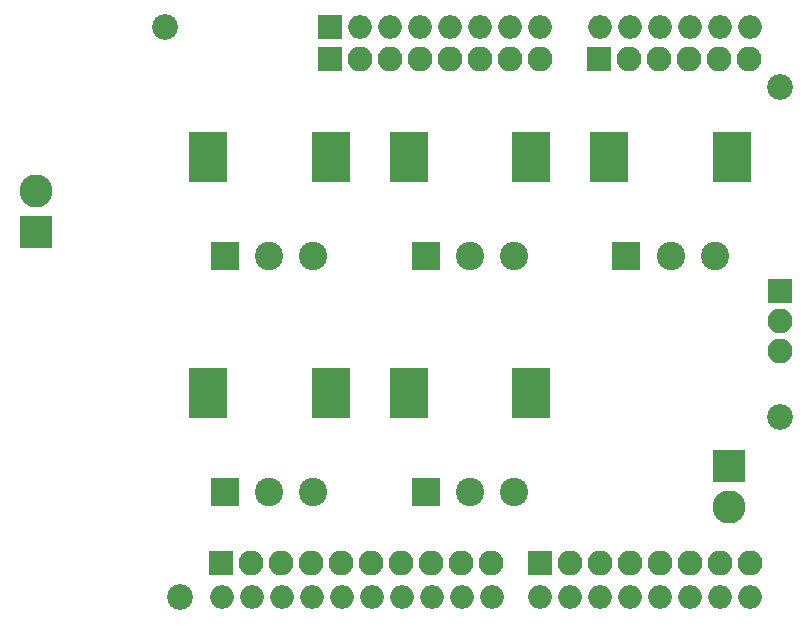
<source format=gbr>
G04 #@! TF.GenerationSoftware,KiCad,Pcbnew,(5.0.0-rc2-dev-668-g07e7340a9)*
G04 #@! TF.CreationDate,2019-04-05T10:17:21-04:00*
G04 #@! TF.ProjectId,MagLev,4D61674C65762E6B696361645F706362,rev?*
G04 #@! TF.SameCoordinates,Original*
G04 #@! TF.FileFunction,Soldermask,Bot*
G04 #@! TF.FilePolarity,Negative*
%FSLAX46Y46*%
G04 Gerber Fmt 4.6, Leading zero omitted, Abs format (unit mm)*
G04 Created by KiCad (PCBNEW (5.0.0-rc2-dev-668-g07e7340a9)) date 04/05/19 10:17:21*
%MOMM*%
%LPD*%
G01*
G04 APERTURE LIST*
%ADD10C,2.180000*%
%ADD11O,2.000000X2.000000*%
%ADD12R,2.000000X2.000000*%
%ADD13R,2.100000X2.100000*%
%ADD14O,2.100000X2.100000*%
%ADD15R,2.800000X2.800000*%
%ADD16C,2.800000*%
%ADD17R,3.200000X4.200000*%
%ADD18C,2.400000*%
%ADD19R,2.400000X2.400000*%
G04 APERTURE END LIST*
D10*
X167165000Y-72747500D03*
X167165000Y-100687500D03*
X116365000Y-115927500D03*
X115095000Y-67667500D03*
D11*
X162085000Y-115927500D03*
X164625000Y-115927500D03*
X125005000Y-115927500D03*
X164625000Y-67667500D03*
X127545000Y-115927500D03*
X162085000Y-67667500D03*
X130085000Y-115927500D03*
X159545000Y-67667500D03*
X132625000Y-115927500D03*
X157005000Y-67667500D03*
X135165000Y-115927500D03*
X154465000Y-67667500D03*
X137705000Y-115927500D03*
X151925000Y-67667500D03*
X140245000Y-115927500D03*
X146845000Y-67667500D03*
X142785000Y-115927500D03*
X144305000Y-67667500D03*
X146845000Y-115927500D03*
X141765000Y-67667500D03*
X149385000Y-115927500D03*
X139225000Y-67667500D03*
X151925000Y-115927500D03*
X136685000Y-67667500D03*
X154465000Y-115927500D03*
X134145000Y-67667500D03*
X157005000Y-115927500D03*
X131605000Y-67667500D03*
X159545000Y-115927500D03*
D12*
X129065000Y-67667500D03*
D11*
X122465000Y-115927500D03*
X119925000Y-115927500D03*
D13*
X167200000Y-90000000D03*
D14*
X167200000Y-92540000D03*
X167200000Y-95080000D03*
D15*
X104200000Y-85000000D03*
D16*
X104200000Y-81500000D03*
X162900000Y-108300000D03*
D15*
X162900000Y-104800000D03*
D17*
X129150000Y-78675000D03*
X118750000Y-78675000D03*
D18*
X127700000Y-87000000D03*
X123950000Y-87000000D03*
D19*
X120200000Y-87000000D03*
D17*
X129150000Y-98675000D03*
X118750000Y-98675000D03*
D18*
X127700000Y-107000000D03*
X123950000Y-107000000D03*
D19*
X120200000Y-107000000D03*
X137200000Y-87000000D03*
D18*
X140950000Y-87000000D03*
X144700000Y-87000000D03*
D17*
X135750000Y-78675000D03*
X146150000Y-78675000D03*
D19*
X137200000Y-107000000D03*
D18*
X140950000Y-107000000D03*
X144700000Y-107000000D03*
D17*
X135750000Y-98675000D03*
X146150000Y-98675000D03*
X163150000Y-78675000D03*
X152750000Y-78675000D03*
D18*
X161700000Y-87000000D03*
X157950000Y-87000000D03*
D19*
X154200000Y-87000000D03*
D14*
X142760000Y-113000000D03*
X140220000Y-113000000D03*
X137680000Y-113000000D03*
X135140000Y-113000000D03*
X132600000Y-113000000D03*
X130060000Y-113000000D03*
X127520000Y-113000000D03*
X124980000Y-113000000D03*
X122440000Y-113000000D03*
D13*
X119900000Y-113000000D03*
X146900000Y-113000000D03*
D14*
X149440000Y-113000000D03*
X151980000Y-113000000D03*
X154520000Y-113000000D03*
X157060000Y-113000000D03*
X159600000Y-113000000D03*
X162140000Y-113000000D03*
X164680000Y-113000000D03*
X146880000Y-70400000D03*
X144340000Y-70400000D03*
X141800000Y-70400000D03*
X139260000Y-70400000D03*
X136720000Y-70400000D03*
X134180000Y-70400000D03*
X131640000Y-70400000D03*
D13*
X129100000Y-70400000D03*
D14*
X164600000Y-70400000D03*
X162060000Y-70400000D03*
X159520000Y-70400000D03*
X156980000Y-70400000D03*
X154440000Y-70400000D03*
D13*
X151900000Y-70400000D03*
M02*

</source>
